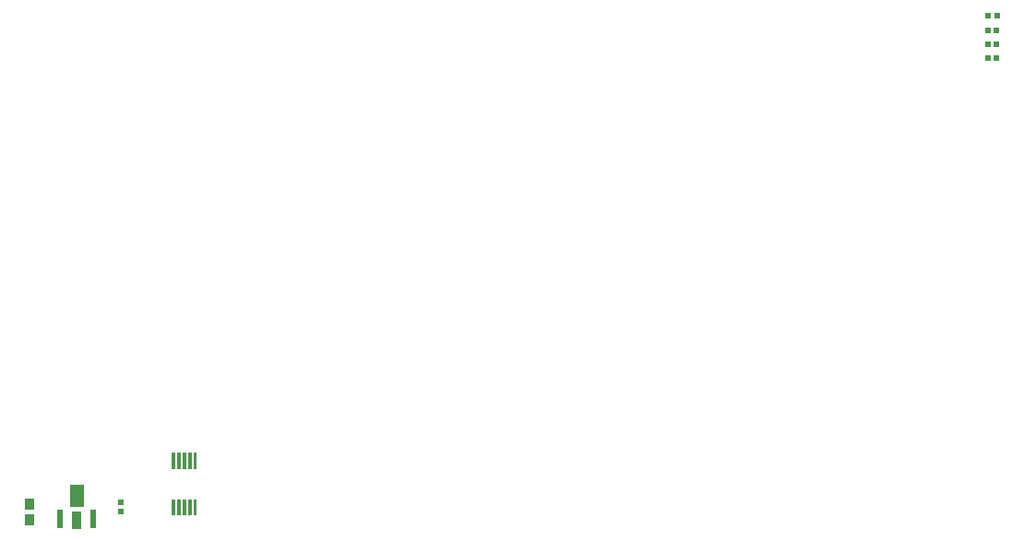
<source format=gtp>
G04 #@! TF.GenerationSoftware,KiCad,Pcbnew,5.1.10*
G04 #@! TF.CreationDate,2021-12-24T15:06:35-08:00*
G04 #@! TF.ProjectId,SEPIC,53455049-432e-46b6-9963-61645f706362,v0.1*
G04 #@! TF.SameCoordinates,Original*
G04 #@! TF.FileFunction,Paste,Top*
G04 #@! TF.FilePolarity,Positive*
%FSLAX46Y46*%
G04 Gerber Fmt 4.6, Leading zero omitted, Abs format (unit mm)*
G04 Created by KiCad (PCBNEW 5.1.10) date 2021-12-24 15:06:35*
%MOMM*%
%LPD*%
G01*
G04 APERTURE LIST*
%ADD10C,0.010000*%
%ADD11R,0.590000X0.630000*%
%ADD12R,0.930000X1.010000*%
%ADD13R,0.600000X0.530000*%
%ADD14R,0.580000X1.730000*%
G04 APERTURE END LIST*
D10*
G36*
X105308000Y-126429000D02*
G01*
X105308000Y-124509000D01*
X106528000Y-124509000D01*
X106528000Y-126429000D01*
X105308000Y-126429000D01*
G37*
X105308000Y-126429000D02*
X105308000Y-124509000D01*
X106528000Y-124509000D01*
X106528000Y-126429000D01*
X105308000Y-126429000D01*
G36*
X105538000Y-128484000D02*
G01*
X105538000Y-126984000D01*
X106298000Y-126984000D01*
X106298000Y-128484000D01*
X105538000Y-128484000D01*
G37*
X105538000Y-128484000D02*
X105538000Y-126984000D01*
X106298000Y-126984000D01*
X106298000Y-128484000D01*
X105538000Y-128484000D01*
D11*
X189533000Y-85293200D03*
X190373000Y-85293200D03*
X189533000Y-82727800D03*
X190373000Y-82727800D03*
X190373000Y-83997800D03*
X189533000Y-83997800D03*
D12*
X101600000Y-127709000D03*
X101600000Y-126291000D03*
D13*
X109982000Y-127000000D03*
X109982000Y-126126000D03*
D11*
X189558400Y-81432400D03*
X190398400Y-81432400D03*
D14*
X107418000Y-127619000D03*
X104418000Y-127619000D03*
G36*
G01*
X116695200Y-121575000D02*
X116952800Y-121575000D01*
G75*
G02*
X116964000Y-121586200I0J-11200D01*
G01*
X116964000Y-123033800D01*
G75*
G02*
X116952800Y-123045000I-11200J0D01*
G01*
X116695200Y-123045000D01*
G75*
G02*
X116684000Y-123033800I0J11200D01*
G01*
X116684000Y-121586200D01*
G75*
G02*
X116695200Y-121575000I11200J0D01*
G01*
G37*
G36*
G01*
X116195200Y-121575000D02*
X116452800Y-121575000D01*
G75*
G02*
X116464000Y-121586200I0J-11200D01*
G01*
X116464000Y-123033800D01*
G75*
G02*
X116452800Y-123045000I-11200J0D01*
G01*
X116195200Y-123045000D01*
G75*
G02*
X116184000Y-123033800I0J11200D01*
G01*
X116184000Y-121586200D01*
G75*
G02*
X116195200Y-121575000I11200J0D01*
G01*
G37*
G36*
G01*
X115695200Y-121575000D02*
X115952800Y-121575000D01*
G75*
G02*
X115964000Y-121586200I0J-11200D01*
G01*
X115964000Y-123033800D01*
G75*
G02*
X115952800Y-123045000I-11200J0D01*
G01*
X115695200Y-123045000D01*
G75*
G02*
X115684000Y-123033800I0J11200D01*
G01*
X115684000Y-121586200D01*
G75*
G02*
X115695200Y-121575000I11200J0D01*
G01*
G37*
G36*
G01*
X115195200Y-121575000D02*
X115452800Y-121575000D01*
G75*
G02*
X115464000Y-121586200I0J-11200D01*
G01*
X115464000Y-123033800D01*
G75*
G02*
X115452800Y-123045000I-11200J0D01*
G01*
X115195200Y-123045000D01*
G75*
G02*
X115184000Y-123033800I0J11200D01*
G01*
X115184000Y-121586200D01*
G75*
G02*
X115195200Y-121575000I11200J0D01*
G01*
G37*
G36*
G01*
X114695200Y-121575000D02*
X114952800Y-121575000D01*
G75*
G02*
X114964000Y-121586200I0J-11200D01*
G01*
X114964000Y-123033800D01*
G75*
G02*
X114952800Y-123045000I-11200J0D01*
G01*
X114695200Y-123045000D01*
G75*
G02*
X114684000Y-123033800I0J11200D01*
G01*
X114684000Y-121586200D01*
G75*
G02*
X114695200Y-121575000I11200J0D01*
G01*
G37*
G36*
G01*
X114695200Y-125875000D02*
X114952800Y-125875000D01*
G75*
G02*
X114964000Y-125886200I0J-11200D01*
G01*
X114964000Y-127333800D01*
G75*
G02*
X114952800Y-127345000I-11200J0D01*
G01*
X114695200Y-127345000D01*
G75*
G02*
X114684000Y-127333800I0J11200D01*
G01*
X114684000Y-125886200D01*
G75*
G02*
X114695200Y-125875000I11200J0D01*
G01*
G37*
G36*
G01*
X115195200Y-125875000D02*
X115452800Y-125875000D01*
G75*
G02*
X115464000Y-125886200I0J-11200D01*
G01*
X115464000Y-127333800D01*
G75*
G02*
X115452800Y-127345000I-11200J0D01*
G01*
X115195200Y-127345000D01*
G75*
G02*
X115184000Y-127333800I0J11200D01*
G01*
X115184000Y-125886200D01*
G75*
G02*
X115195200Y-125875000I11200J0D01*
G01*
G37*
G36*
G01*
X115695200Y-125875000D02*
X115952800Y-125875000D01*
G75*
G02*
X115964000Y-125886200I0J-11200D01*
G01*
X115964000Y-127333800D01*
G75*
G02*
X115952800Y-127345000I-11200J0D01*
G01*
X115695200Y-127345000D01*
G75*
G02*
X115684000Y-127333800I0J11200D01*
G01*
X115684000Y-125886200D01*
G75*
G02*
X115695200Y-125875000I11200J0D01*
G01*
G37*
G36*
G01*
X116195200Y-125875000D02*
X116452800Y-125875000D01*
G75*
G02*
X116464000Y-125886200I0J-11200D01*
G01*
X116464000Y-127333800D01*
G75*
G02*
X116452800Y-127345000I-11200J0D01*
G01*
X116195200Y-127345000D01*
G75*
G02*
X116184000Y-127333800I0J11200D01*
G01*
X116184000Y-125886200D01*
G75*
G02*
X116195200Y-125875000I11200J0D01*
G01*
G37*
G36*
G01*
X116695200Y-125875000D02*
X116952800Y-125875000D01*
G75*
G02*
X116964000Y-125886200I0J-11200D01*
G01*
X116964000Y-127333800D01*
G75*
G02*
X116952800Y-127345000I-11200J0D01*
G01*
X116695200Y-127345000D01*
G75*
G02*
X116684000Y-127333800I0J11200D01*
G01*
X116684000Y-125886200D01*
G75*
G02*
X116695200Y-125875000I11200J0D01*
G01*
G37*
M02*

</source>
